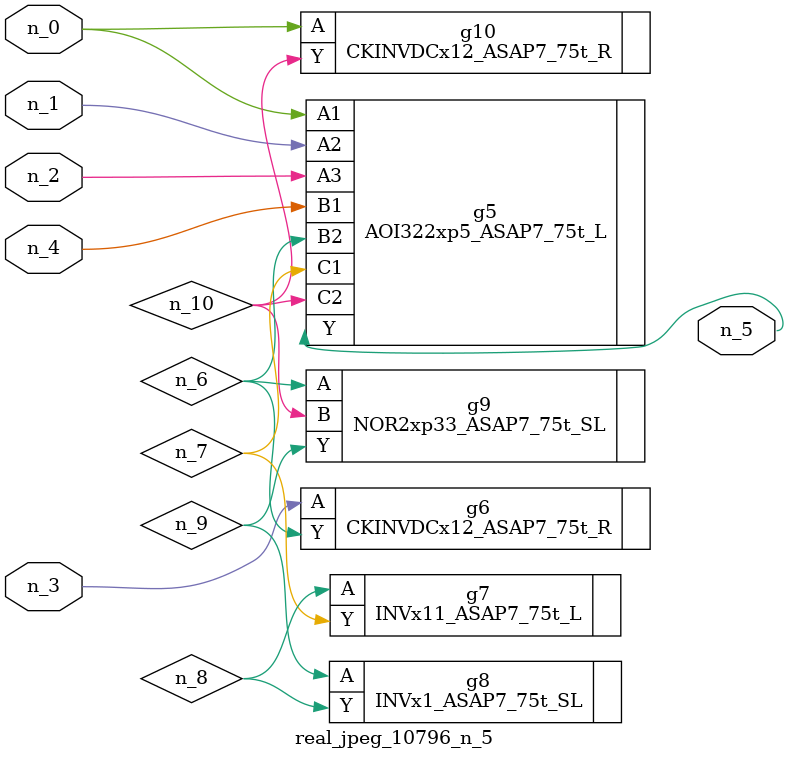
<source format=v>
module real_jpeg_10796_n_5 (n_4, n_0, n_1, n_2, n_3, n_5);

input n_4;
input n_0;
input n_1;
input n_2;
input n_3;

output n_5;

wire n_8;
wire n_6;
wire n_7;
wire n_10;
wire n_9;

AOI322xp5_ASAP7_75t_L g5 ( 
.A1(n_0),
.A2(n_1),
.A3(n_2),
.B1(n_4),
.B2(n_6),
.C1(n_7),
.C2(n_10),
.Y(n_5)
);

CKINVDCx12_ASAP7_75t_R g10 ( 
.A(n_0),
.Y(n_10)
);

CKINVDCx12_ASAP7_75t_R g6 ( 
.A(n_3),
.Y(n_6)
);

NOR2xp33_ASAP7_75t_SL g9 ( 
.A(n_6),
.B(n_10),
.Y(n_9)
);

INVx11_ASAP7_75t_L g7 ( 
.A(n_8),
.Y(n_7)
);

INVx1_ASAP7_75t_SL g8 ( 
.A(n_9),
.Y(n_8)
);


endmodule
</source>
